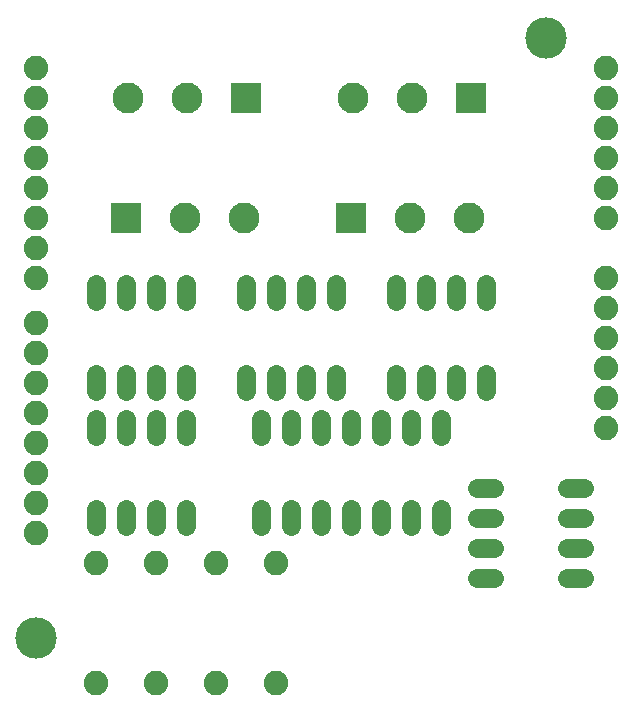
<source format=gts>
G75*
G70*
%OFA0B0*%
%FSLAX24Y24*%
%IPPOS*%
%LPD*%
%AMOC8*
5,1,8,0,0,1.08239X$1,22.5*
%
%ADD10C,0.0820*%
%ADD11C,0.1380*%
%ADD12C,0.0640*%
%ADD13R,0.1030X0.1030*%
%ADD14C,0.1030*%
D10*
X003500Y007252D03*
X005500Y007252D03*
X007500Y007252D03*
X009500Y007252D03*
X009500Y011252D03*
X007500Y011252D03*
X005500Y011252D03*
X003500Y011252D03*
X001500Y012252D03*
X001500Y013252D03*
X001500Y014252D03*
X001500Y015252D03*
X001500Y016252D03*
X001500Y017252D03*
X001500Y018252D03*
X001500Y019252D03*
X001500Y020752D03*
X001500Y021752D03*
X001500Y022752D03*
X001500Y023752D03*
X001500Y024752D03*
X001500Y025752D03*
X001500Y026752D03*
X001500Y027752D03*
X020500Y027752D03*
X020500Y026752D03*
X020500Y025752D03*
X020500Y024752D03*
X020500Y023752D03*
X020500Y022752D03*
X020500Y020752D03*
X020500Y019752D03*
X020500Y018752D03*
X020500Y017752D03*
X020500Y016752D03*
X020500Y015752D03*
D11*
X018500Y028752D03*
X001500Y008752D03*
D12*
X003500Y012472D02*
X003500Y013032D01*
X004500Y013032D02*
X004500Y012472D01*
X005500Y012472D02*
X005500Y013032D01*
X006500Y013032D02*
X006500Y012472D01*
X006500Y015472D02*
X006500Y016032D01*
X006500Y016972D02*
X006500Y017532D01*
X005500Y017532D02*
X005500Y016972D01*
X005500Y016032D02*
X005500Y015472D01*
X004500Y015472D02*
X004500Y016032D01*
X004500Y016972D02*
X004500Y017532D01*
X003500Y017532D02*
X003500Y016972D01*
X003500Y016032D02*
X003500Y015472D01*
X003500Y019972D02*
X003500Y020532D01*
X004500Y020532D02*
X004500Y019972D01*
X005500Y019972D02*
X005500Y020532D01*
X006500Y020532D02*
X006500Y019972D01*
X008500Y019972D02*
X008500Y020532D01*
X009500Y020532D02*
X009500Y019972D01*
X010500Y019972D02*
X010500Y020532D01*
X011500Y020532D02*
X011500Y019972D01*
X011500Y017532D02*
X011500Y016972D01*
X011000Y016032D02*
X011000Y015472D01*
X010000Y015472D02*
X010000Y016032D01*
X009500Y016972D02*
X009500Y017532D01*
X008500Y017532D02*
X008500Y016972D01*
X009000Y016032D02*
X009000Y015472D01*
X010500Y016972D02*
X010500Y017532D01*
X012000Y016032D02*
X012000Y015472D01*
X013000Y015472D02*
X013000Y016032D01*
X013500Y016972D02*
X013500Y017532D01*
X014500Y017532D02*
X014500Y016972D01*
X014000Y016032D02*
X014000Y015472D01*
X015000Y015472D02*
X015000Y016032D01*
X015500Y016972D02*
X015500Y017532D01*
X016500Y017532D02*
X016500Y016972D01*
X016500Y019972D02*
X016500Y020532D01*
X015500Y020532D02*
X015500Y019972D01*
X014500Y019972D02*
X014500Y020532D01*
X013500Y020532D02*
X013500Y019972D01*
X016220Y013752D02*
X016780Y013752D01*
X016780Y012752D02*
X016220Y012752D01*
X016220Y011752D02*
X016780Y011752D01*
X016780Y010752D02*
X016220Y010752D01*
X015000Y012472D02*
X015000Y013032D01*
X014000Y013032D02*
X014000Y012472D01*
X013000Y012472D02*
X013000Y013032D01*
X012000Y013032D02*
X012000Y012472D01*
X011000Y012472D02*
X011000Y013032D01*
X010000Y013032D02*
X010000Y012472D01*
X009000Y012472D02*
X009000Y013032D01*
X019220Y012752D02*
X019780Y012752D01*
X019780Y013752D02*
X019220Y013752D01*
X019220Y011752D02*
X019780Y011752D01*
X019780Y010752D02*
X019220Y010752D01*
D13*
X012000Y022752D03*
X008500Y026752D03*
X004500Y022752D03*
X016000Y026752D03*
D14*
X014031Y026752D03*
X012063Y026752D03*
X013969Y022752D03*
X015937Y022752D03*
X008437Y022752D03*
X006469Y022752D03*
X006531Y026752D03*
X004563Y026752D03*
M02*

</source>
